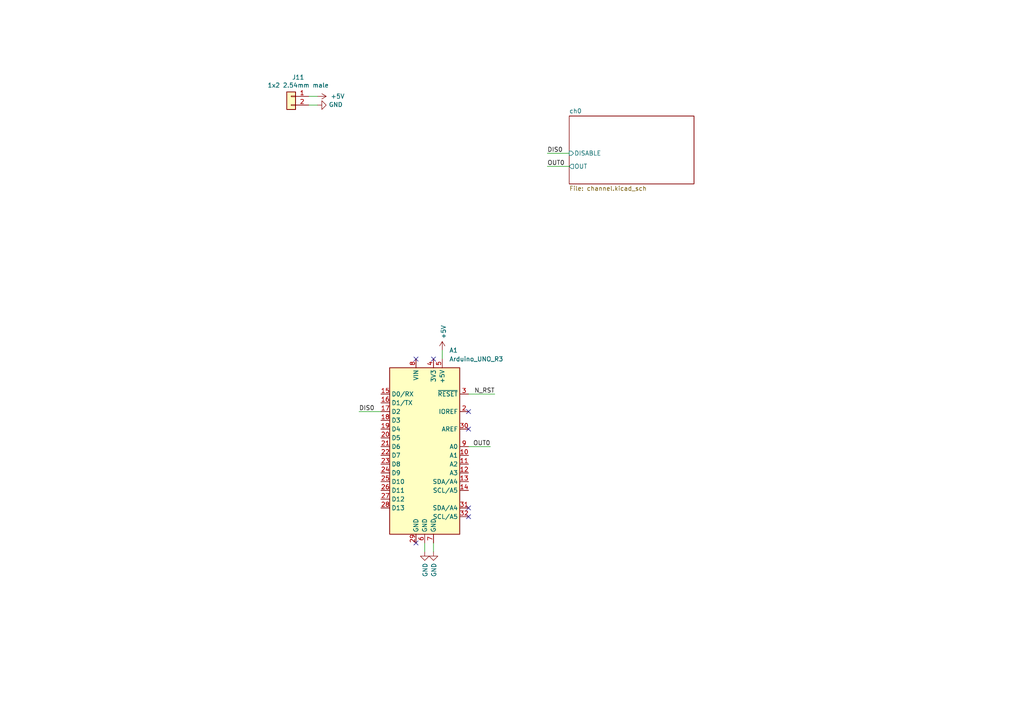
<source format=kicad_sch>
(kicad_sch (version 20211123) (generator eeschema)
  (paper "A4")
  (lib_symbols
    (symbol "Connector_Generic:Conn_01x02" (pin_names (offset 1.016) hide)
      (property "Reference" "J" (at 0 2.54 0))
      (property "Value" "Conn_01x02" (at 0 -5.08 0))
      (symbol "Conn_01x02_1_1"
        (rectangle (start -1.27 -2.413) (end 0 -2.667) (stroke (width 0.1524)))
        (rectangle (start -1.27 0.127) (end 0 -0.127) (stroke (width 0.1524)))
        (rectangle (start -1.27 1.27) (end 1.27 -3.81) (stroke (width 0.254)) (fill (type background)))
        (pin passive line (at -5.08 0 0) (length 3.81) (name "Pin_1") (number "1"))
        (pin passive line (at -5.08 -2.54 0) (length 3.81) (name "Pin_2") (number "2"))
      )
    )
    (symbol "MCU_Module:Arduino_UNO_R3"
      (property "Reference" "A" (at -10.16 23.495 0))
      (property "Value" "Arduino_UNO_R3" (at 5.08 -26.67 0))
      (symbol "Arduino_UNO_R3_0_1"
        (rectangle (start -10.16 22.86) (end 10.16 -25.4) (stroke (width 0.254)) (fill (type background)))
      )
      (symbol "Arduino_UNO_R3_1_1"
        (pin no_connect line (at -10.16 -20.32 0) (length 2.54) hide (name "NC") (number "1"))
        (pin bidirectional line (at 12.7 -2.54 180) (length 2.54) (name "A1") (number "10"))
        (pin bidirectional line (at 12.7 -5.08 180) (length 2.54) (name "A2") (number "11"))
        (pin bidirectional line (at 12.7 -7.62 180) (length 2.54) (name "A3") (number "12"))
        (pin bidirectional line (at 12.7 -10.16 180) (length 2.54) (name "SDA/A4") (number "13"))
        (pin bidirectional line (at 12.7 -12.7 180) (length 2.54) (name "SCL/A5") (number "14"))
        (pin bidirectional line (at -12.7 15.24 0) (length 2.54) (name "D0/RX") (number "15"))
        (pin bidirectional line (at -12.7 12.7 0) (length 2.54) (name "D1/TX") (number "16"))
        (pin bidirectional line (at -12.7 10.16 0) (length 2.54) (name "D2") (number "17"))
        (pin bidirectional line (at -12.7 7.62 0) (length 2.54) (name "D3") (number "18"))
        (pin bidirectional line (at -12.7 5.08 0) (length 2.54) (name "D4") (number "19"))
        (pin output line (at 12.7 10.16 180) (length 2.54) (name "IOREF") (number "2"))
        (pin bidirectional line (at -12.7 2.54 0) (length 2.54) (name "D5") (number "20"))
        (pin bidirectional line (at -12.7 0 0) (length 2.54) (name "D6") (number "21"))
        (pin bidirectional line (at -12.7 -2.54 0) (length 2.54) (name "D7") (number "22"))
        (pin bidirectional line (at -12.7 -5.08 0) (length 2.54) (name "D8") (number "23"))
        (pin bidirectional line (at -12.7 -7.62 0) (length 2.54) (name "D9") (number "24"))
        (pin bidirectional line (at -12.7 -10.16 0) (length 2.54) (name "D10") (number "25"))
        (pin bidirectional line (at -12.7 -12.7 0) (length 2.54) (name "D11") (number "26"))
        (pin bidirectional line (at -12.7 -15.24 0) (length 2.54) (name "D12") (number "27"))
        (pin bidirectional line (at -12.7 -17.78 0) (length 2.54) (name "D13") (number "28"))
        (pin power_in line (at -2.54 -27.94 90) (length 2.54) (name "GND") (number "29"))
        (pin input line (at 12.7 15.24 180) (length 2.54) (name "~{RESET}") (number "3"))
        (pin input line (at 12.7 5.08 180) (length 2.54) (name "AREF") (number "30"))
        (pin bidirectional line (at 12.7 -17.78 180) (length 2.54) (name "SDA/A4") (number "31"))
        (pin bidirectional line (at 12.7 -20.32 180) (length 2.54) (name "SCL/A5") (number "32"))
        (pin power_out line (at 2.54 25.4 270) (length 2.54) (name "3V3") (number "4"))
        (pin power_out line (at 5.08 25.4 270) (length 2.54) (name "+5V") (number "5"))
        (pin power_in line (at 0 -27.94 90) (length 2.54) (name "GND") (number "6"))
        (pin power_in line (at 2.54 -27.94 90) (length 2.54) (name "GND") (number "7"))
        (pin power_in line (at -2.54 25.4 270) (length 2.54) (name "VIN") (number "8"))
        (pin bidirectional line (at 12.7 0 180) (length 2.54) (name "A0") (number "9"))
      )
    )
    (symbol "power:+5V" (power) (pin_names (offset 0))
      (property "Value" "+5V" (at 0 3.556 0))
      (symbol "+5V_0_1"
        (polyline (pts (xy -0.762 1.27) (xy 0 2.54)))
        (polyline (pts (xy 0 0) (xy 0 2.54)))
        (polyline (pts (xy 0 2.54) (xy 0.762 1.27)))
      )
      (symbol "+5V_1_1"
        (pin power_in line (at 0 0 90) (length 0) hide (name "+5V") (number "1"))
      )
    )
    (symbol "power:GND" (power) (pin_names (offset 0))
      (property "Value" "GND" (at 0 -3.81 0))
      (symbol "GND_0_1"
        (polyline (pts (xy 0 0) (xy 0 -1.27) (xy 1.27 -1.27) (xy 0 -2.54) (xy -1.27 -1.27) (xy 0 -1.27)))
      )
      (symbol "GND_1_1"
        (pin power_in line (at 0 0 270) (length 0) hide (name "GND") (number "1"))
      )
    )
  )
  (no_connect (at 135.89 124.46))
  (no_connect (at 135.89 147.32))
  (no_connect (at 125.73 104.14))
  (no_connect (at 135.89 119.38))
  (no_connect (at 120.65 104.14))
  (no_connect (at 135.89 149.86))
  (no_connect (at 120.65 157.48))
  (wire (pts (xy 142.24 129.54) (xy 135.89 129.54)))
  (wire (pts (xy 128.27 101.6) (xy 128.27 104.14)))
  (wire (pts (xy 123.19 160.02) (xy 123.19 157.48)))
  (wire (pts (xy 158.75 44.45) (xy 165.1 44.45)))
  (wire (pts (xy 104.14 119.38) (xy 110.49 119.38)))
  (wire (pts (xy 135.89 114.3) (xy 143.51 114.3)))
  (wire (pts (xy 92.075 30.48) (xy 89.535 30.48)))
  (wire (pts (xy 125.73 160.02) (xy 125.73 157.48)))
  (wire (pts (xy 92.075 27.94) (xy 89.535 27.94)))
  (wire (pts (xy 158.75 48.26) (xy 165.1 48.26)))
  (label "DIS0" (at 158.75 44.45 0))
  (label "N_RST" (at 143.51 114.3 180))
  (label "OUT0" (at 142.24 129.54 180))
  (label "DIS0" (at 104.14 119.38 0))
  (label "OUT0" (at 158.75 48.26 0))
  (symbol (lib_id "power:GND") (at 123.19 160.02 0) (unit 1)
    (property "Reference" "#PWR03" (effects hide))
    (property "Value" "GND" (at 123.317 163.2712 90) (effects (justify right)))
  )
  (symbol (lib_id "power:GND") (at 125.73 160.02 0) (unit 1)
    (property "Reference" "#PWR02" (effects hide))
    (property "Value" "GND" (at 125.857 163.2712 90) (effects (justify right)))
  )
  (symbol (lib_id "power:+5V") (at 128.27 101.6 0) (unit 1)
    (property "Reference" "#PWR0102" (effects hide))
    (property "Value" "+5V" (at 128.651 98.3488 90) (effects (justify left)))
  )
  (symbol (lib_id "MCU_Module:Arduino_UNO_R3") (at 123.19 129.54 0) (unit 1)
    (property "Reference" "A1" (at 130.2894 101.6 0) (effects (justify left)))
    (property "Value" "Arduino_UNO_R3" (at 130.2894 104.14 0) (effects (justify left)))
    (property "Footprint" "For_Rasterboard:Arduino_UNO_R3_WithMountingHoles_Snapped_to_P2.54mm" (effects hide))
    (property "Datasheet" "https://www.arduino.cc/en/Main/arduinoBoardUno" (effects hide))
  )
  (symbol (lib_id "power:+5V") (at 92.075 27.94 270) (unit 1)
    (property "Reference" "#PWR08" (effects hide))
    (property "Value" "+5V" (at 95.885 27.9399 90) (effects (justify left)))
  )
  (symbol (lib_id "Connector_Generic:Conn_01x02") (at 84.455 27.94 0) (mirror y) (unit 1)
    (property "Reference" "J11" (at 86.487 22.4282 0))
    (property "Value" "1x2 2.54mm male" (at 86.487 24.7396 0))
    (property "Footprint" "Extra_Common:MOLEX-22-23-2021" (effects hide))
  )
  (symbol (lib_id "power:GND") (at 92.075 30.48 90) (unit 1)
    (property "Reference" "#PWR09" (effects hide))
    (property "Value" "GND" (at 95.3262 30.353 90) (effects (justify right)))
  )
  (sheet (at 165.1 33.655) (size 36.195 19.685) (stroke (width 0.1524))
    (property "Sheet name" "ch0" (at 165.1 32.9434 0) (effects (justify left bottom)))
    (property "Sheet file" "channel.kicad_sch" (at 165.1 53.9246 0) (effects (justify left top)))
    (pin "DISABLE" input (at 165.1 44.45 180))
    (pin "OUT" output (at 165.1 48.26 180))
  )
)
</source>
